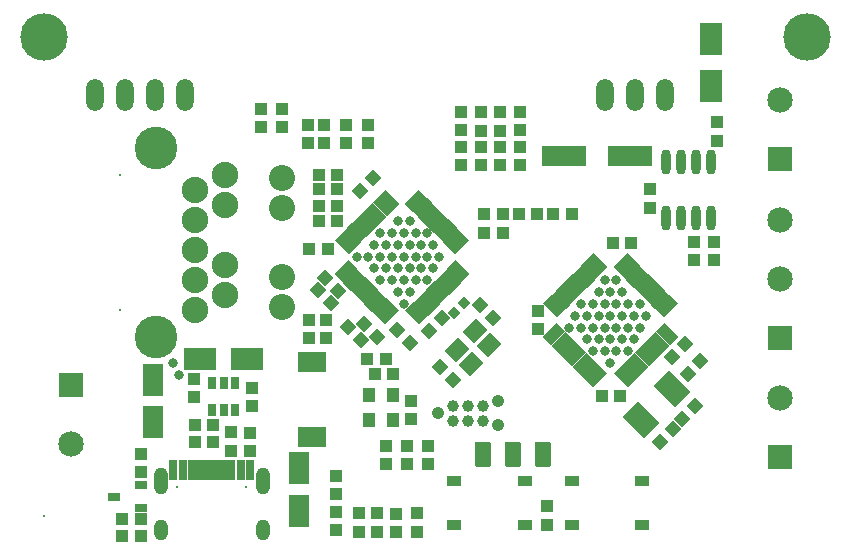
<source format=gts>
G04*
G04 #@! TF.GenerationSoftware,Altium Limited,Altium Designer,19.1.9 (167)*
G04*
G04 Layer_Color=8388736*
%FSLAX25Y25*%
%MOIN*%
G70*
G01*
G75*
%ADD18R,0.04343X0.03162*%
%ADD19R,0.03162X0.04343*%
G04:AMPARAMS|DCode=20|XSize=74.93mil|YSize=102.49mil|CornerRadius=0mil|HoleSize=0mil|Usage=FLASHONLY|Rotation=45.000|XOffset=0mil|YOffset=0mil|HoleType=Round|Shape=Rectangle|*
%AMROTATEDRECTD20*
4,1,4,0.00974,-0.06273,-0.06273,0.00974,-0.00974,0.06273,0.06273,-0.00974,0.00974,-0.06273,0.0*
%
%ADD20ROTATEDRECTD20*%

%ADD21R,0.07493X0.10642*%
%ADD22R,0.10642X0.07493*%
%ADD23R,0.03162X0.06509*%
%ADD24R,0.01981X0.06509*%
%ADD25R,0.04147X0.04147*%
%ADD26R,0.14580X0.07099*%
%ADD27P,0.04194X4X90.0*%
%ADD28R,0.04343X0.04737*%
G04:AMPARAMS|DCode=29|XSize=19mil|YSize=66mil|CornerRadius=0mil|HoleSize=0mil|Usage=FLASHONLY|Rotation=135.000|XOffset=0mil|YOffset=0mil|HoleType=Round|Shape=Rectangle|*
%AMROTATEDRECTD29*
4,1,4,0.03005,0.01662,-0.01662,-0.03005,-0.03005,-0.01662,0.01662,0.03005,0.03005,0.01662,0.0*
%
%ADD29ROTATEDRECTD29*%

G04:AMPARAMS|DCode=30|XSize=19mil|YSize=66mil|CornerRadius=0mil|HoleSize=0mil|Usage=FLASHONLY|Rotation=225.000|XOffset=0mil|YOffset=0mil|HoleType=Round|Shape=Rectangle|*
%AMROTATEDRECTD30*
4,1,4,-0.01662,0.03005,0.03005,-0.01662,0.01662,-0.03005,-0.03005,0.01662,-0.01662,0.03005,0.0*
%
%ADD30ROTATEDRECTD30*%

%ADD31P,0.05864X4X90.0*%
%ADD32R,0.04147X0.04147*%
%ADD33O,0.03162X0.08280*%
G04:AMPARAMS|DCode=34|XSize=63.12mil|YSize=55.24mil|CornerRadius=0mil|HoleSize=0mil|Usage=FLASHONLY|Rotation=225.000|XOffset=0mil|YOffset=0mil|HoleType=Round|Shape=Rectangle|*
%AMROTATEDRECTD34*
4,1,4,0.00278,0.04185,0.04185,0.00278,-0.00278,-0.04185,-0.04185,-0.00278,0.00278,0.04185,0.0*
%
%ADD34ROTATEDRECTD34*%

%ADD35C,0.03900*%
%ADD36R,0.04737X0.03753*%
%ADD37P,0.05864X4X180.0*%
%ADD38R,0.03950X0.03950*%
%ADD39R,0.09461X0.07099*%
%ADD40R,0.07099X0.11036*%
%ADD41O,0.05800X0.10800*%
%ADD42C,0.08800*%
%ADD43C,0.08674*%
%ADD44C,0.00800*%
%ADD45C,0.14186*%
%ADD46O,0.04737X0.07099*%
%ADD47O,0.04737X0.09068*%
%ADD48R,0.08477X0.08477*%
%ADD49C,0.08477*%
%ADD50C,0.04200*%
%ADD51C,0.15800*%
%ADD52C,0.03162*%
G36*
X159152Y35399D02*
X159204Y35389D01*
X159253Y35372D01*
X159300Y35349D01*
X159344Y35320D01*
X159383Y35285D01*
X159418Y35245D01*
X159447Y35202D01*
X159470Y35155D01*
X159487Y35105D01*
X159497Y35054D01*
X159501Y35002D01*
X159501Y27599D01*
X159501Y27598D01*
X159501Y27598D01*
X159499Y27570D01*
X159497Y27546D01*
X159497Y27546D01*
X159497Y27546D01*
X159492Y27520D01*
X159487Y27495D01*
X159487Y27494D01*
X159487Y27494D01*
X159480Y27472D01*
X159470Y27445D01*
X159470Y27445D01*
X159470Y27445D01*
X159459Y27423D01*
X159447Y27398D01*
X159447Y27398D01*
X159447Y27398D01*
X159433Y27376D01*
X159418Y27354D01*
X159418Y27354D01*
X159418Y27354D01*
X159401Y27335D01*
X159383Y27315D01*
X159383Y27315D01*
X159383Y27315D01*
X159363Y27297D01*
X159344Y27281D01*
X159344Y27280D01*
X159344Y27280D01*
X159321Y27265D01*
X159300Y27251D01*
X159300Y27251D01*
X159300Y27251D01*
X159274Y27239D01*
X159253Y27228D01*
X159253Y27228D01*
X159253Y27228D01*
X159225Y27219D01*
X159204Y27211D01*
X159204Y27211D01*
X159203Y27211D01*
X159178Y27206D01*
X159152Y27201D01*
X159152Y27201D01*
X159152Y27201D01*
X159127Y27199D01*
X159100Y27198D01*
X159100Y27198D01*
X159099Y27198D01*
X154700Y27203D01*
X154672Y27205D01*
X154648Y27207D01*
X154648Y27207D01*
X154647Y27207D01*
X154622Y27212D01*
X154596Y27217D01*
X154596Y27217D01*
X154596Y27217D01*
X154574Y27224D01*
X154547Y27233D01*
X154546Y27234D01*
X154546Y27234D01*
X154526Y27244D01*
X154500Y27257D01*
X154499Y27257D01*
X154499Y27257D01*
X154480Y27270D01*
X154456Y27286D01*
X154456Y27286D01*
X154456Y27286D01*
X154438Y27302D01*
X154417Y27320D01*
X154416Y27321D01*
X154416Y27321D01*
X154401Y27338D01*
X154382Y27360D01*
X154382Y27360D01*
X154382Y27360D01*
X154368Y27380D01*
X154353Y27403D01*
X154353Y27404D01*
X154353Y27404D01*
X154343Y27423D01*
X154330Y27450D01*
X154330Y27451D01*
X154330Y27451D01*
X154323Y27471D01*
X154313Y27500D01*
X154313Y27500D01*
X154313Y27501D01*
X154308Y27522D01*
X154303Y27552D01*
X154303Y27552D01*
X154303Y27552D01*
X154301Y27576D01*
X154299Y27604D01*
Y35002D01*
X154303Y35054D01*
X154313Y35105D01*
X154330Y35155D01*
X154353Y35202D01*
X154382Y35245D01*
X154417Y35285D01*
X154456Y35320D01*
X154500Y35349D01*
X154547Y35372D01*
X154596Y35389D01*
X154648Y35399D01*
X154700Y35402D01*
X159100D01*
X159152Y35399D01*
D02*
G37*
G36*
X169152D02*
X169204Y35389D01*
X169253Y35372D01*
X169300Y35349D01*
X169344Y35320D01*
X169383Y35285D01*
X169418Y35245D01*
X169447Y35202D01*
X169470Y35155D01*
X169487Y35105D01*
X169497Y35054D01*
X169501Y35002D01*
X169501Y27599D01*
X169501Y27598D01*
X169501Y27598D01*
X169499Y27570D01*
X169497Y27546D01*
X169497Y27546D01*
X169497Y27546D01*
X169492Y27520D01*
X169487Y27495D01*
X169487Y27494D01*
X169487Y27494D01*
X169480Y27472D01*
X169470Y27445D01*
X169470Y27445D01*
X169470Y27445D01*
X169459Y27423D01*
X169447Y27398D01*
X169447Y27398D01*
X169447Y27398D01*
X169433Y27376D01*
X169418Y27354D01*
X169418Y27354D01*
X169418Y27354D01*
X169401Y27335D01*
X169383Y27315D01*
X169383Y27315D01*
X169383Y27315D01*
X169363Y27297D01*
X169344Y27281D01*
X169344Y27280D01*
X169344Y27280D01*
X169321Y27265D01*
X169300Y27251D01*
X169300Y27251D01*
X169300Y27251D01*
X169274Y27239D01*
X169253Y27228D01*
X169253Y27228D01*
X169253Y27228D01*
X169225Y27219D01*
X169204Y27211D01*
X169203Y27211D01*
X169203Y27211D01*
X169178Y27206D01*
X169152Y27201D01*
X169152Y27201D01*
X169152Y27201D01*
X169128Y27199D01*
X169100Y27198D01*
X169100Y27198D01*
X169099Y27198D01*
X164699Y27203D01*
X164672Y27205D01*
X164648Y27207D01*
X164647Y27207D01*
X164647Y27207D01*
X164622Y27212D01*
X164596Y27217D01*
X164596Y27217D01*
X164596Y27217D01*
X164574Y27224D01*
X164547Y27233D01*
X164546Y27234D01*
X164546Y27234D01*
X164526Y27244D01*
X164500Y27257D01*
X164499Y27257D01*
X164499Y27257D01*
X164480Y27270D01*
X164456Y27286D01*
X164456Y27286D01*
X164456Y27286D01*
X164438Y27302D01*
X164417Y27320D01*
X164416Y27321D01*
X164416Y27321D01*
X164401Y27338D01*
X164382Y27360D01*
X164382Y27360D01*
X164382Y27360D01*
X164368Y27380D01*
X164353Y27403D01*
X164353Y27404D01*
X164353Y27404D01*
X164343Y27423D01*
X164330Y27450D01*
X164330Y27451D01*
X164330Y27451D01*
X164323Y27471D01*
X164313Y27500D01*
X164313Y27500D01*
X164313Y27501D01*
X164309Y27522D01*
X164303Y27552D01*
X164303Y27552D01*
X164303Y27552D01*
X164301Y27576D01*
X164299Y27604D01*
Y35002D01*
X164303Y35054D01*
X164313Y35105D01*
X164330Y35155D01*
X164353Y35202D01*
X164382Y35245D01*
X164417Y35285D01*
X164456Y35320D01*
X164500Y35349D01*
X164547Y35372D01*
X164596Y35389D01*
X164648Y35399D01*
X164700Y35402D01*
X169100D01*
X169152Y35399D01*
D02*
G37*
G36*
X179152D02*
X179204Y35389D01*
X179253Y35372D01*
X179300Y35349D01*
X179344Y35320D01*
X179383Y35285D01*
X179418Y35245D01*
X179447Y35202D01*
X179470Y35155D01*
X179487Y35105D01*
X179497Y35054D01*
X179501Y35002D01*
X179501Y27599D01*
X179501Y27598D01*
X179501Y27598D01*
X179499Y27570D01*
X179497Y27546D01*
X179497Y27546D01*
X179497Y27546D01*
X179492Y27520D01*
X179487Y27495D01*
X179487Y27494D01*
X179487Y27494D01*
X179480Y27472D01*
X179470Y27445D01*
X179470Y27445D01*
X179470Y27445D01*
X179460Y27423D01*
X179447Y27398D01*
X179447Y27398D01*
X179447Y27398D01*
X179433Y27376D01*
X179418Y27354D01*
X179418Y27354D01*
X179418Y27354D01*
X179401Y27335D01*
X179383Y27315D01*
X179383Y27315D01*
X179383Y27315D01*
X179363Y27297D01*
X179344Y27281D01*
X179344Y27280D01*
X179344Y27280D01*
X179321Y27265D01*
X179300Y27251D01*
X179300Y27251D01*
X179300Y27251D01*
X179274Y27239D01*
X179253Y27228D01*
X179253Y27228D01*
X179253Y27228D01*
X179225Y27219D01*
X179204Y27211D01*
X179203Y27211D01*
X179203Y27211D01*
X179178Y27206D01*
X179152Y27201D01*
X179152Y27201D01*
X179152Y27201D01*
X179128Y27199D01*
X179100Y27198D01*
X179100Y27198D01*
X179100Y27198D01*
X174699Y27203D01*
X174672Y27205D01*
X174648Y27207D01*
X174647Y27207D01*
X174647Y27207D01*
X174622Y27212D01*
X174596Y27217D01*
X174596Y27217D01*
X174596Y27217D01*
X174574Y27224D01*
X174547Y27233D01*
X174546Y27234D01*
X174546Y27234D01*
X174526Y27244D01*
X174500Y27257D01*
X174499Y27257D01*
X174499Y27257D01*
X174480Y27270D01*
X174456Y27286D01*
X174456Y27286D01*
X174456Y27286D01*
X174438Y27302D01*
X174417Y27320D01*
X174416Y27321D01*
X174416Y27321D01*
X174401Y27338D01*
X174382Y27360D01*
X174382Y27360D01*
X174382Y27360D01*
X174369Y27380D01*
X174353Y27403D01*
X174353Y27404D01*
X174353Y27404D01*
X174343Y27423D01*
X174330Y27450D01*
X174330Y27451D01*
X174329Y27451D01*
X174323Y27471D01*
X174313Y27500D01*
X174313Y27500D01*
X174313Y27501D01*
X174309Y27522D01*
X174303Y27552D01*
X174302Y27552D01*
X174302Y27552D01*
X174301Y27576D01*
X174299Y27604D01*
Y35002D01*
X174303Y35054D01*
X174313Y35105D01*
X174330Y35155D01*
X174353Y35202D01*
X174382Y35245D01*
X174417Y35285D01*
X174456Y35320D01*
X174500Y35349D01*
X174547Y35372D01*
X174596Y35389D01*
X174648Y35399D01*
X174700Y35402D01*
X179100D01*
X179152Y35399D01*
D02*
G37*
D18*
X42928Y13460D02*
D03*
Y20940D02*
D03*
X33872Y17200D02*
D03*
D19*
X74240Y45972D02*
D03*
X70500D02*
D03*
X66760D02*
D03*
Y55028D02*
D03*
X70500D02*
D03*
X74240D02*
D03*
D20*
X220050Y52950D02*
D03*
X209750Y42650D02*
D03*
D21*
X233000Y169874D02*
D03*
Y154126D02*
D03*
D22*
X78248Y63000D02*
D03*
X62500D02*
D03*
D23*
X53803Y26059D02*
D03*
X76146D02*
D03*
X56854D02*
D03*
X79197D02*
D03*
D24*
X59610D02*
D03*
X61579D02*
D03*
X69453D02*
D03*
X65516D02*
D03*
X67484D02*
D03*
X63547D02*
D03*
X71421D02*
D03*
X73390D02*
D03*
D25*
X72900Y38651D02*
D03*
Y32549D02*
D03*
X79276Y32449D02*
D03*
Y38551D02*
D03*
X118600Y141051D02*
D03*
Y134949D02*
D03*
X111400Y141051D02*
D03*
Y134949D02*
D03*
X83000Y146551D02*
D03*
Y140449D02*
D03*
X234900Y141951D02*
D03*
Y135849D02*
D03*
X107900Y12000D02*
D03*
Y5898D02*
D03*
X124500Y27949D02*
D03*
Y34051D02*
D03*
X131500Y27949D02*
D03*
Y34051D02*
D03*
X138500Y28000D02*
D03*
Y34102D02*
D03*
X134900Y11651D02*
D03*
Y5549D02*
D03*
X234000Y96049D02*
D03*
Y102151D02*
D03*
X178400Y7849D02*
D03*
Y13951D02*
D03*
X128000Y5449D02*
D03*
Y11551D02*
D03*
X227200Y102051D02*
D03*
Y95949D02*
D03*
X104100Y134949D02*
D03*
Y141051D02*
D03*
X169300Y139249D02*
D03*
Y145351D02*
D03*
Y133751D02*
D03*
Y127649D02*
D03*
X104500Y76051D02*
D03*
Y69949D02*
D03*
X162800Y139149D02*
D03*
Y145251D02*
D03*
X156300Y139149D02*
D03*
Y145251D02*
D03*
X149800Y139249D02*
D03*
Y145351D02*
D03*
X90000Y146551D02*
D03*
Y140449D02*
D03*
X162800Y127598D02*
D03*
Y133700D02*
D03*
X156300Y127598D02*
D03*
Y133700D02*
D03*
X149800Y127649D02*
D03*
Y133751D02*
D03*
X43000Y25349D02*
D03*
Y31451D02*
D03*
X99000Y76051D02*
D03*
Y69949D02*
D03*
X212500Y119651D02*
D03*
Y113549D02*
D03*
X60500Y50398D02*
D03*
Y56500D02*
D03*
X98600Y141151D02*
D03*
Y135049D02*
D03*
X175300Y79100D02*
D03*
Y72998D02*
D03*
X133000Y42949D02*
D03*
Y49051D02*
D03*
X108000Y24051D02*
D03*
Y17949D02*
D03*
X80000Y47449D02*
D03*
Y53551D02*
D03*
D26*
X183900Y130800D02*
D03*
X205947D02*
D03*
D27*
X147374Y78374D02*
D03*
X150626Y81626D02*
D03*
D28*
X118866Y51200D02*
D03*
X127134D02*
D03*
X118866Y42800D02*
D03*
X127134D02*
D03*
D29*
X135445Y115031D02*
D03*
X134101Y116375D02*
D03*
X136859Y113617D02*
D03*
X138273Y112203D02*
D03*
X139617Y110859D02*
D03*
X141031Y109445D02*
D03*
X142445Y108031D02*
D03*
X143859Y106617D02*
D03*
X145203Y105273D02*
D03*
X146617Y103859D02*
D03*
X148031Y102445D02*
D03*
X149375Y101101D02*
D03*
X125899Y77625D02*
D03*
X124555Y78969D02*
D03*
X123141Y80383D02*
D03*
X121727Y81797D02*
D03*
X120383Y83141D02*
D03*
X118969Y84555D02*
D03*
X117555Y85969D02*
D03*
X116141Y87383D02*
D03*
X114797Y88727D02*
D03*
X113383Y90141D02*
D03*
X111969Y91555D02*
D03*
X110625Y92899D02*
D03*
X194055Y57969D02*
D03*
X195399Y56625D02*
D03*
X192641Y59383D02*
D03*
X191227Y60797D02*
D03*
X189883Y62141D02*
D03*
X188469Y63555D02*
D03*
X187055Y64969D02*
D03*
X185641Y66383D02*
D03*
X184297Y67727D02*
D03*
X182883Y69141D02*
D03*
X181469Y70555D02*
D03*
X180125Y71899D02*
D03*
X203601Y95375D02*
D03*
X204945Y94031D02*
D03*
X206359Y92617D02*
D03*
X207773Y91203D02*
D03*
X209117Y89859D02*
D03*
X210531Y88445D02*
D03*
X211945Y87031D02*
D03*
X213359Y85617D02*
D03*
X214703Y84273D02*
D03*
X216117Y82859D02*
D03*
X217531Y81445D02*
D03*
X218875Y80101D02*
D03*
D30*
X149375Y92899D02*
D03*
X148031Y91555D02*
D03*
X146617Y90141D02*
D03*
X145203Y88727D02*
D03*
X143859Y87383D02*
D03*
X142445Y85969D02*
D03*
X141031Y84555D02*
D03*
X139617Y83141D02*
D03*
X138273Y81797D02*
D03*
X136859Y80383D02*
D03*
X135445Y78969D02*
D03*
X134101Y77625D02*
D03*
X110625Y101101D02*
D03*
X111969Y102445D02*
D03*
X113383Y103859D02*
D03*
X114797Y105273D02*
D03*
X116141Y106617D02*
D03*
X117555Y108031D02*
D03*
X118969Y109445D02*
D03*
X120383Y110859D02*
D03*
X121727Y112203D02*
D03*
X123141Y113617D02*
D03*
X124555Y115031D02*
D03*
X125899Y116375D02*
D03*
X180125Y80101D02*
D03*
X181469Y81445D02*
D03*
X182883Y82859D02*
D03*
X184297Y84273D02*
D03*
X185641Y85617D02*
D03*
X187055Y87031D02*
D03*
X188469Y88445D02*
D03*
X189883Y89859D02*
D03*
X191227Y91203D02*
D03*
X192641Y92617D02*
D03*
X194055Y94031D02*
D03*
X195399Y95375D02*
D03*
X218875Y71899D02*
D03*
X217531Y70555D02*
D03*
X216117Y69141D02*
D03*
X214703Y67727D02*
D03*
X213359Y66383D02*
D03*
X211945Y64969D02*
D03*
X210531Y63555D02*
D03*
X209117Y62141D02*
D03*
X207773Y60797D02*
D03*
X206359Y59383D02*
D03*
X204945Y57969D02*
D03*
X203601Y56625D02*
D03*
D31*
X116080Y119080D02*
D03*
X120396Y123396D02*
D03*
X223443Y43143D02*
D03*
X227758Y47458D02*
D03*
X220158Y39557D02*
D03*
X215843Y35243D02*
D03*
X225143Y58043D02*
D03*
X229457Y62357D02*
D03*
X219942Y63842D02*
D03*
X224257Y68158D02*
D03*
X143257Y76858D02*
D03*
X138943Y72543D02*
D03*
D32*
X42851Y9700D02*
D03*
X36749D02*
D03*
X102349Y119700D02*
D03*
X108451D02*
D03*
X108351Y113900D02*
D03*
X102249D02*
D03*
X42851Y4200D02*
D03*
X36749D02*
D03*
X186551Y111500D02*
D03*
X180449D02*
D03*
X163551Y105000D02*
D03*
X157449D02*
D03*
X163551Y111500D02*
D03*
X157449D02*
D03*
X168949D02*
D03*
X175051D02*
D03*
X60949Y41000D02*
D03*
X67051D02*
D03*
X60949Y35500D02*
D03*
X67051D02*
D03*
X108451Y124500D02*
D03*
X102349D02*
D03*
X196698Y50600D02*
D03*
X202800D02*
D03*
X206451Y101600D02*
D03*
X200349D02*
D03*
X105151Y99600D02*
D03*
X99049D02*
D03*
X118449Y63000D02*
D03*
X124551D02*
D03*
X108351Y109200D02*
D03*
X102249D02*
D03*
X127051Y58000D02*
D03*
X120949D02*
D03*
D33*
X218000Y110148D02*
D03*
X223000D02*
D03*
X228000D02*
D03*
X233000D02*
D03*
X218000Y128652D02*
D03*
X223000D02*
D03*
X228000D02*
D03*
X233000D02*
D03*
D34*
X159000Y67600D02*
D03*
X152875Y61475D02*
D03*
X154267Y72333D02*
D03*
X148143Y66208D02*
D03*
D35*
X152000Y47500D02*
D03*
X157000Y42500D02*
D03*
X152000D02*
D03*
X147000Y47500D02*
D03*
Y42500D02*
D03*
X157000Y47500D02*
D03*
D36*
X171000Y7700D02*
D03*
Y22464D02*
D03*
X147378Y7700D02*
D03*
Y22464D02*
D03*
X210100Y7677D02*
D03*
Y22441D02*
D03*
X186478Y7677D02*
D03*
Y22441D02*
D03*
D37*
X128342Y72658D02*
D03*
X132658Y68343D02*
D03*
X111843Y73658D02*
D03*
X116157Y69342D02*
D03*
X106158Y81842D02*
D03*
X101842Y86158D02*
D03*
X108658Y85843D02*
D03*
X104342Y90158D02*
D03*
X117342Y74657D02*
D03*
X121658Y70342D02*
D03*
X142715Y60530D02*
D03*
X147030Y56215D02*
D03*
X156043Y81058D02*
D03*
X160357Y76743D02*
D03*
D38*
X115500Y11650D02*
D03*
Y5350D02*
D03*
X121500Y11650D02*
D03*
Y5350D02*
D03*
D39*
X100000Y36902D02*
D03*
Y62098D02*
D03*
D40*
X95500Y12413D02*
D03*
Y26587D02*
D03*
X47000Y56087D02*
D03*
Y41913D02*
D03*
D41*
X27500Y151100D02*
D03*
X37500D02*
D03*
X47500D02*
D03*
X57500D02*
D03*
X217657D02*
D03*
X207658D02*
D03*
X197658D02*
D03*
D42*
X61000Y79500D02*
D03*
Y89500D02*
D03*
X71000Y84500D02*
D03*
X61000Y99500D02*
D03*
Y109500D02*
D03*
Y119500D02*
D03*
X71000Y94500D02*
D03*
Y114500D02*
D03*
Y124500D02*
D03*
D43*
X90016Y80484D02*
D03*
X90016Y90484D02*
D03*
X90016Y113516D02*
D03*
Y123516D02*
D03*
D44*
X36000Y79500D02*
D03*
Y124500D02*
D03*
X55122Y20370D02*
D03*
X77878D02*
D03*
X10630Y10630D02*
D03*
D45*
X48008Y133496D02*
D03*
Y70504D02*
D03*
D46*
X49492Y6000D02*
D03*
X83508D02*
D03*
D47*
X49492Y22457D02*
D03*
X83508D02*
D03*
D48*
X19500Y54343D02*
D03*
X256000Y129657D02*
D03*
Y30315D02*
D03*
Y70130D02*
D03*
D49*
X19500Y34657D02*
D03*
X256000Y149343D02*
D03*
Y50000D02*
D03*
Y109500D02*
D03*
Y89815D02*
D03*
D50*
X142000Y45000D02*
D03*
X162000Y49000D02*
D03*
Y41000D02*
D03*
D51*
X264961Y170472D02*
D03*
X10630D02*
D03*
D52*
X211272Y77477D02*
D03*
X209303Y81414D02*
D03*
X207335Y77477D02*
D03*
X209303Y73540D02*
D03*
X207335Y69603D02*
D03*
X203398Y85351D02*
D03*
X205366Y81414D02*
D03*
X203398Y77477D02*
D03*
X205366Y73540D02*
D03*
X203398Y69603D02*
D03*
X205366Y65665D02*
D03*
X201429Y89288D02*
D03*
X199461Y85351D02*
D03*
X201429Y81414D02*
D03*
X199461Y77477D02*
D03*
X201429Y73540D02*
D03*
X199461Y69603D02*
D03*
X201429Y65665D02*
D03*
X199461Y61728D02*
D03*
X197492Y89288D02*
D03*
X195524Y85351D02*
D03*
X197492Y81414D02*
D03*
X195524Y77477D02*
D03*
X197492Y73540D02*
D03*
X195524Y69603D02*
D03*
X197492Y65665D02*
D03*
X193555Y81414D02*
D03*
X191587Y77477D02*
D03*
X193555Y73540D02*
D03*
X191587Y69603D02*
D03*
X193555Y65665D02*
D03*
X189618Y81414D02*
D03*
X187650Y77477D02*
D03*
X189618Y73540D02*
D03*
X185681D02*
D03*
X156154Y30232D02*
D03*
X140406Y101099D02*
D03*
X142374Y97162D02*
D03*
X140406Y93225D02*
D03*
X138437Y105035D02*
D03*
X136469Y101099D02*
D03*
X138437Y97162D02*
D03*
X136469Y93225D02*
D03*
X138437Y89288D02*
D03*
X132532Y108973D02*
D03*
X134500Y105035D02*
D03*
X132532Y101099D02*
D03*
X134500Y97162D02*
D03*
X132532Y93225D02*
D03*
X134500Y89288D02*
D03*
X132532Y85351D02*
D03*
X128595Y108973D02*
D03*
X130563Y105035D02*
D03*
X128595Y101099D02*
D03*
X130563Y97162D02*
D03*
X128595Y93225D02*
D03*
X130563Y89288D02*
D03*
X128595Y85351D02*
D03*
X130563Y81414D02*
D03*
X126626Y105035D02*
D03*
X124658Y101099D02*
D03*
X126626Y97162D02*
D03*
X124658Y93225D02*
D03*
X126626Y89288D02*
D03*
X122689Y105035D02*
D03*
X120721Y101099D02*
D03*
X122689Y97162D02*
D03*
X120721Y93225D02*
D03*
X122689Y89288D02*
D03*
X118752Y97162D02*
D03*
X114815D02*
D03*
X53791Y61728D02*
D03*
X55760Y57791D02*
D03*
M02*

</source>
